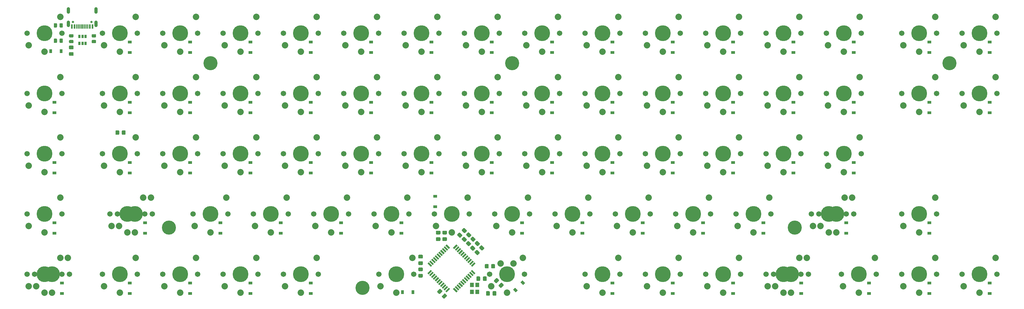
<source format=gbs>
G04 #@! TF.GenerationSoftware,KiCad,Pcbnew,(5.1.8)-1*
G04 #@! TF.CreationDate,2021-02-07T11:47:01-08:00*
G04 #@! TF.ProjectId,Spritzgeback,53707269-747a-4676-9562-61636b2e6b69,rev?*
G04 #@! TF.SameCoordinates,Original*
G04 #@! TF.FileFunction,Soldermask,Bot*
G04 #@! TF.FilePolarity,Negative*
%FSLAX46Y46*%
G04 Gerber Fmt 4.6, Leading zero omitted, Abs format (unit mm)*
G04 Created by KiCad (PCBNEW (5.1.8)-1) date 2021-02-07 11:47:01*
%MOMM*%
%LPD*%
G01*
G04 APERTURE LIST*
%ADD10C,4.462400*%
%ADD11C,2.032000*%
%ADD12C,5.000000*%
%ADD13C,1.701800*%
%ADD14C,0.100000*%
%ADD15R,0.900000X1.200000*%
%ADD16R,1.200000X0.900000*%
%ADD17R,0.650000X1.060000*%
%ADD18R,1.200000X1.400000*%
%ADD19C,0.700000*%
%ADD20O,1.050000X2.100000*%
%ADD21R,0.600000X1.450000*%
%ADD22R,0.300000X1.450000*%
G04 APERTURE END LIST*
D10*
X236925000Y-61450000D03*
X39300000Y-61450000D03*
X100400000Y-80500000D03*
X285750000Y-9525000D03*
X147637500Y-9525000D03*
X52387500Y-9525000D03*
D11*
X255031250Y-52000000D03*
X250031250Y-63050000D03*
X245031250Y-60950000D03*
D12*
X250031250Y-57150000D03*
D13*
X255531250Y-57150000D03*
X244531250Y-57150000D03*
D11*
X31193750Y-52000000D03*
X26193750Y-63050000D03*
X21193750Y-60950000D03*
D12*
X26193750Y-57150000D03*
D13*
X31693750Y-57150000D03*
X20693750Y-57150000D03*
D11*
X7381250Y-71050000D03*
X2381250Y-82100000D03*
X-2618750Y-80000000D03*
D12*
X2381250Y-76200000D03*
D13*
X7881250Y-76200000D03*
X-3118750Y-76200000D03*
D11*
X240743750Y-71050000D03*
X235743750Y-82100000D03*
X230743750Y-80000000D03*
D12*
X235743750Y-76200000D03*
D13*
X241243750Y-76200000D03*
X230243750Y-76200000D03*
G36*
G01*
X118299999Y-76100000D02*
X119200001Y-76100000D01*
G75*
G02*
X119450000Y-76349999I0J-249999D01*
G01*
X119450000Y-77050001D01*
G75*
G02*
X119200001Y-77300000I-249999J0D01*
G01*
X118299999Y-77300000D01*
G75*
G02*
X118050000Y-77050001I0J249999D01*
G01*
X118050000Y-76349999D01*
G75*
G02*
X118299999Y-76100000I249999J0D01*
G01*
G37*
G36*
G01*
X118299999Y-74100000D02*
X119200001Y-74100000D01*
G75*
G02*
X119450000Y-74349999I0J-249999D01*
G01*
X119450000Y-75050001D01*
G75*
G02*
X119200001Y-75300000I-249999J0D01*
G01*
X118299999Y-75300000D01*
G75*
G02*
X118050000Y-75050001I0J249999D01*
G01*
X118050000Y-74349999D01*
G75*
G02*
X118299999Y-74100000I249999J0D01*
G01*
G37*
D11*
X148050000Y-72800000D03*
X144050000Y-72800000D03*
G36*
G01*
X118275000Y-72150000D02*
X119225000Y-72150000D01*
G75*
G02*
X119475000Y-72400000I0J-250000D01*
G01*
X119475000Y-73075000D01*
G75*
G02*
X119225000Y-73325000I-250000J0D01*
G01*
X118275000Y-73325000D01*
G75*
G02*
X118025000Y-73075000I0J250000D01*
G01*
X118025000Y-72400000D01*
G75*
G02*
X118275000Y-72150000I250000J0D01*
G01*
G37*
G36*
G01*
X118275000Y-70075000D02*
X119225000Y-70075000D01*
G75*
G02*
X119475000Y-70325000I0J-250000D01*
G01*
X119475000Y-71000000D01*
G75*
G02*
X119225000Y-71250000I-250000J0D01*
G01*
X118275000Y-71250000D01*
G75*
G02*
X118025000Y-71000000I0J250000D01*
G01*
X118025000Y-70325000D01*
G75*
G02*
X118275000Y-70075000I250000J0D01*
G01*
G37*
G36*
G01*
X124775000Y-65725000D02*
X123825000Y-65725000D01*
G75*
G02*
X123575000Y-65475000I0J250000D01*
G01*
X123575000Y-64800000D01*
G75*
G02*
X123825000Y-64550000I250000J0D01*
G01*
X124775000Y-64550000D01*
G75*
G02*
X125025000Y-64800000I0J-250000D01*
G01*
X125025000Y-65475000D01*
G75*
G02*
X124775000Y-65725000I-250000J0D01*
G01*
G37*
G36*
G01*
X124775000Y-63650000D02*
X123825000Y-63650000D01*
G75*
G02*
X123575000Y-63400000I0J250000D01*
G01*
X123575000Y-62725000D01*
G75*
G02*
X123825000Y-62475000I250000J0D01*
G01*
X124775000Y-62475000D01*
G75*
G02*
X125025000Y-62725000I0J-250000D01*
G01*
X125025000Y-63400000D01*
G75*
G02*
X124775000Y-63650000I-250000J0D01*
G01*
G37*
G36*
G01*
X143467678Y-78345927D02*
X142795927Y-79017678D01*
G75*
G02*
X142442373Y-79017678I-176777J176777D01*
G01*
X141965076Y-78540381D01*
G75*
G02*
X141965076Y-78186827I176777J176777D01*
G01*
X142636827Y-77515076D01*
G75*
G02*
X142990381Y-77515076I176777J-176777D01*
G01*
X143467678Y-77992373D01*
G75*
G02*
X143467678Y-78345927I-176777J-176777D01*
G01*
G37*
G36*
G01*
X144934924Y-79813173D02*
X144263173Y-80484924D01*
G75*
G02*
X143909619Y-80484924I-176777J176777D01*
G01*
X143432322Y-80007627D01*
G75*
G02*
X143432322Y-79654073I176777J176777D01*
G01*
X144104073Y-78982322D01*
G75*
G02*
X144457627Y-78982322I176777J-176777D01*
G01*
X144934924Y-79459619D01*
G75*
G02*
X144934924Y-79813173I-176777J-176777D01*
G01*
G37*
G36*
G01*
X140600000Y-81825000D02*
X140600000Y-82775000D01*
G75*
G02*
X140350000Y-83025000I-250000J0D01*
G01*
X139675000Y-83025000D01*
G75*
G02*
X139425000Y-82775000I0J250000D01*
G01*
X139425000Y-81825000D01*
G75*
G02*
X139675000Y-81575000I250000J0D01*
G01*
X140350000Y-81575000D01*
G75*
G02*
X140600000Y-81825000I0J-250000D01*
G01*
G37*
G36*
G01*
X142675000Y-81825000D02*
X142675000Y-82775000D01*
G75*
G02*
X142425000Y-83025000I-250000J0D01*
G01*
X141750000Y-83025000D01*
G75*
G02*
X141500000Y-82775000I0J250000D01*
G01*
X141500000Y-81825000D01*
G75*
G02*
X141750000Y-81575000I250000J0D01*
G01*
X142425000Y-81575000D01*
G75*
G02*
X142675000Y-81825000I0J-250000D01*
G01*
G37*
G36*
G01*
X138450000Y-78125000D02*
X138450000Y-77175000D01*
G75*
G02*
X138700000Y-76925000I250000J0D01*
G01*
X139375000Y-76925000D01*
G75*
G02*
X139625000Y-77175000I0J-250000D01*
G01*
X139625000Y-78125000D01*
G75*
G02*
X139375000Y-78375000I-250000J0D01*
G01*
X138700000Y-78375000D01*
G75*
G02*
X138450000Y-78125000I0J250000D01*
G01*
G37*
G36*
G01*
X136375000Y-78125000D02*
X136375000Y-77175000D01*
G75*
G02*
X136625000Y-76925000I250000J0D01*
G01*
X137300000Y-76925000D01*
G75*
G02*
X137550000Y-77175000I0J-250000D01*
G01*
X137550000Y-78125000D01*
G75*
G02*
X137300000Y-78375000I-250000J0D01*
G01*
X136625000Y-78375000D01*
G75*
G02*
X136375000Y-78125000I0J250000D01*
G01*
G37*
G36*
G01*
X125532322Y-83054073D02*
X126204073Y-82382322D01*
G75*
G02*
X126557627Y-82382322I176777J-176777D01*
G01*
X127034924Y-82859619D01*
G75*
G02*
X127034924Y-83213173I-176777J-176777D01*
G01*
X126363173Y-83884924D01*
G75*
G02*
X126009619Y-83884924I-176777J176777D01*
G01*
X125532322Y-83407627D01*
G75*
G02*
X125532322Y-83054073I176777J176777D01*
G01*
G37*
G36*
G01*
X124065076Y-81586827D02*
X124736827Y-80915076D01*
G75*
G02*
X125090381Y-80915076I176777J-176777D01*
G01*
X125567678Y-81392373D01*
G75*
G02*
X125567678Y-81745927I-176777J-176777D01*
G01*
X124895927Y-82417678D01*
G75*
G02*
X124542373Y-82417678I-176777J176777D01*
G01*
X124065076Y-81940381D01*
G75*
G02*
X124065076Y-81586827I176777J176777D01*
G01*
G37*
G36*
G01*
X136536827Y-70134924D02*
X135865076Y-69463173D01*
G75*
G02*
X135865076Y-69109619I176777J176777D01*
G01*
X136342373Y-68632322D01*
G75*
G02*
X136695927Y-68632322I176777J-176777D01*
G01*
X137367678Y-69304073D01*
G75*
G02*
X137367678Y-69657627I-176777J-176777D01*
G01*
X136890381Y-70134924D01*
G75*
G02*
X136536827Y-70134924I-176777J176777D01*
G01*
G37*
G36*
G01*
X138004073Y-68667678D02*
X137332322Y-67995927D01*
G75*
G02*
X137332322Y-67642373I176777J176777D01*
G01*
X137809619Y-67165076D01*
G75*
G02*
X138163173Y-67165076I176777J-176777D01*
G01*
X138834924Y-67836827D01*
G75*
G02*
X138834924Y-68190381I-176777J-176777D01*
G01*
X138357627Y-68667678D01*
G75*
G02*
X138004073Y-68667678I-176777J176777D01*
G01*
G37*
G36*
G01*
X136604073Y-67267678D02*
X135932322Y-66595927D01*
G75*
G02*
X135932322Y-66242373I176777J176777D01*
G01*
X136409619Y-65765076D01*
G75*
G02*
X136763173Y-65765076I176777J-176777D01*
G01*
X137434924Y-66436827D01*
G75*
G02*
X137434924Y-66790381I-176777J-176777D01*
G01*
X136957627Y-67267678D01*
G75*
G02*
X136604073Y-67267678I-176777J176777D01*
G01*
G37*
G36*
G01*
X135136827Y-68734924D02*
X134465076Y-68063173D01*
G75*
G02*
X134465076Y-67709619I176777J176777D01*
G01*
X134942373Y-67232322D01*
G75*
G02*
X135295927Y-67232322I176777J-176777D01*
G01*
X135967678Y-67904073D01*
G75*
G02*
X135967678Y-68257627I-176777J-176777D01*
G01*
X135490381Y-68734924D01*
G75*
G02*
X135136827Y-68734924I-176777J176777D01*
G01*
G37*
G36*
G01*
X132504073Y-63167678D02*
X131832322Y-62495927D01*
G75*
G02*
X131832322Y-62142373I176777J176777D01*
G01*
X132309619Y-61665076D01*
G75*
G02*
X132663173Y-61665076I176777J-176777D01*
G01*
X133334924Y-62336827D01*
G75*
G02*
X133334924Y-62690381I-176777J-176777D01*
G01*
X132857627Y-63167678D01*
G75*
G02*
X132504073Y-63167678I-176777J176777D01*
G01*
G37*
G36*
G01*
X131036827Y-64634924D02*
X130365076Y-63963173D01*
G75*
G02*
X130365076Y-63609619I176777J176777D01*
G01*
X130842373Y-63132322D01*
G75*
G02*
X131195927Y-63132322I176777J-176777D01*
G01*
X131867678Y-63804073D01*
G75*
G02*
X131867678Y-64157627I-176777J-176777D01*
G01*
X131390381Y-64634924D01*
G75*
G02*
X131036827Y-64634924I-176777J176777D01*
G01*
G37*
G36*
G01*
X132436828Y-65949570D02*
X131800430Y-65313172D01*
G75*
G02*
X131800430Y-64959620I176776J176776D01*
G01*
X132295406Y-64464644D01*
G75*
G02*
X132648958Y-64464644I176776J-176776D01*
G01*
X133285356Y-65101042D01*
G75*
G02*
X133285356Y-65454594I-176776J-176776D01*
G01*
X132790380Y-65949570D01*
G75*
G02*
X132436828Y-65949570I-176776J176776D01*
G01*
G37*
G36*
G01*
X133851042Y-64535356D02*
X133214644Y-63898958D01*
G75*
G02*
X133214644Y-63545406I176776J176776D01*
G01*
X133709620Y-63050430D01*
G75*
G02*
X134063172Y-63050430I176776J-176776D01*
G01*
X134699570Y-63686828D01*
G75*
G02*
X134699570Y-64040380I-176776J-176776D01*
G01*
X134204594Y-64535356D01*
G75*
G02*
X133851042Y-64535356I-176776J176776D01*
G01*
G37*
G36*
G01*
X133786828Y-67299570D02*
X133150430Y-66663172D01*
G75*
G02*
X133150430Y-66309620I176776J176776D01*
G01*
X133645406Y-65814644D01*
G75*
G02*
X133998958Y-65814644I176776J-176776D01*
G01*
X134635356Y-66451042D01*
G75*
G02*
X134635356Y-66804594I-176776J-176776D01*
G01*
X134140380Y-67299570D01*
G75*
G02*
X133786828Y-67299570I-176776J176776D01*
G01*
G37*
G36*
G01*
X135201042Y-65885356D02*
X134564644Y-65248958D01*
G75*
G02*
X134564644Y-64895406I176776J176776D01*
G01*
X135059620Y-64400430D01*
G75*
G02*
X135413172Y-64400430I176776J-176776D01*
G01*
X136049570Y-65036828D01*
G75*
G02*
X136049570Y-65390380I-176776J-176776D01*
G01*
X135554594Y-65885356D01*
G75*
G02*
X135201042Y-65885356I-176776J176776D01*
G01*
G37*
D14*
G36*
X128032702Y-67836940D02*
G01*
X127643794Y-68225848D01*
X126583134Y-67165188D01*
X126972042Y-66776280D01*
X128032702Y-67836940D01*
G37*
G36*
X127467017Y-68402626D02*
G01*
X127078109Y-68791534D01*
X126017449Y-67730874D01*
X126406357Y-67341966D01*
X127467017Y-68402626D01*
G37*
G36*
X126901332Y-68968311D02*
G01*
X126512424Y-69357219D01*
X125451764Y-68296559D01*
X125840672Y-67907651D01*
X126901332Y-68968311D01*
G37*
G36*
X126335646Y-69533996D02*
G01*
X125946738Y-69922904D01*
X124886078Y-68862244D01*
X125274986Y-68473336D01*
X126335646Y-69533996D01*
G37*
G36*
X125769961Y-70099682D02*
G01*
X125381053Y-70488590D01*
X124320393Y-69427930D01*
X124709301Y-69039022D01*
X125769961Y-70099682D01*
G37*
G36*
X125204275Y-70665367D02*
G01*
X124815367Y-71054275D01*
X123754707Y-69993615D01*
X124143615Y-69604707D01*
X125204275Y-70665367D01*
G37*
G36*
X124638590Y-71231053D02*
G01*
X124249682Y-71619961D01*
X123189022Y-70559301D01*
X123577930Y-70170393D01*
X124638590Y-71231053D01*
G37*
G36*
X124072904Y-71796738D02*
G01*
X123683996Y-72185646D01*
X122623336Y-71124986D01*
X123012244Y-70736078D01*
X124072904Y-71796738D01*
G37*
G36*
X123507219Y-72362424D02*
G01*
X123118311Y-72751332D01*
X122057651Y-71690672D01*
X122446559Y-71301764D01*
X123507219Y-72362424D01*
G37*
G36*
X122941534Y-72928109D02*
G01*
X122552626Y-73317017D01*
X121491966Y-72256357D01*
X121880874Y-71867449D01*
X122941534Y-72928109D01*
G37*
G36*
X122375848Y-73493794D02*
G01*
X121986940Y-73882702D01*
X120926280Y-72822042D01*
X121315188Y-72433134D01*
X122375848Y-73493794D01*
G37*
G36*
X121986940Y-74837298D02*
G01*
X122375848Y-75226206D01*
X121315188Y-76286866D01*
X120926280Y-75897958D01*
X121986940Y-74837298D01*
G37*
G36*
X122552626Y-75402983D02*
G01*
X122941534Y-75791891D01*
X121880874Y-76852551D01*
X121491966Y-76463643D01*
X122552626Y-75402983D01*
G37*
G36*
X123118311Y-75968668D02*
G01*
X123507219Y-76357576D01*
X122446559Y-77418236D01*
X122057651Y-77029328D01*
X123118311Y-75968668D01*
G37*
G36*
X123683996Y-76534354D02*
G01*
X124072904Y-76923262D01*
X123012244Y-77983922D01*
X122623336Y-77595014D01*
X123683996Y-76534354D01*
G37*
G36*
X124249682Y-77100039D02*
G01*
X124638590Y-77488947D01*
X123577930Y-78549607D01*
X123189022Y-78160699D01*
X124249682Y-77100039D01*
G37*
G36*
X124815367Y-77665725D02*
G01*
X125204275Y-78054633D01*
X124143615Y-79115293D01*
X123754707Y-78726385D01*
X124815367Y-77665725D01*
G37*
G36*
X125381053Y-78231410D02*
G01*
X125769961Y-78620318D01*
X124709301Y-79680978D01*
X124320393Y-79292070D01*
X125381053Y-78231410D01*
G37*
G36*
X125946738Y-78797096D02*
G01*
X126335646Y-79186004D01*
X125274986Y-80246664D01*
X124886078Y-79857756D01*
X125946738Y-78797096D01*
G37*
G36*
X126512424Y-79362781D02*
G01*
X126901332Y-79751689D01*
X125840672Y-80812349D01*
X125451764Y-80423441D01*
X126512424Y-79362781D01*
G37*
G36*
X127078109Y-79928466D02*
G01*
X127467017Y-80317374D01*
X126406357Y-81378034D01*
X126017449Y-80989126D01*
X127078109Y-79928466D01*
G37*
G36*
X127643794Y-80494152D02*
G01*
X128032702Y-80883060D01*
X126972042Y-81943720D01*
X126583134Y-81554812D01*
X127643794Y-80494152D01*
G37*
G36*
X130436866Y-81554812D02*
G01*
X130047958Y-81943720D01*
X128987298Y-80883060D01*
X129376206Y-80494152D01*
X130436866Y-81554812D01*
G37*
G36*
X131002551Y-80989126D02*
G01*
X130613643Y-81378034D01*
X129552983Y-80317374D01*
X129941891Y-79928466D01*
X131002551Y-80989126D01*
G37*
G36*
X131568236Y-80423441D02*
G01*
X131179328Y-80812349D01*
X130118668Y-79751689D01*
X130507576Y-79362781D01*
X131568236Y-80423441D01*
G37*
G36*
X132133922Y-79857756D02*
G01*
X131745014Y-80246664D01*
X130684354Y-79186004D01*
X131073262Y-78797096D01*
X132133922Y-79857756D01*
G37*
G36*
X132699607Y-79292070D02*
G01*
X132310699Y-79680978D01*
X131250039Y-78620318D01*
X131638947Y-78231410D01*
X132699607Y-79292070D01*
G37*
G36*
X133265293Y-78726385D02*
G01*
X132876385Y-79115293D01*
X131815725Y-78054633D01*
X132204633Y-77665725D01*
X133265293Y-78726385D01*
G37*
G36*
X133830978Y-78160699D02*
G01*
X133442070Y-78549607D01*
X132381410Y-77488947D01*
X132770318Y-77100039D01*
X133830978Y-78160699D01*
G37*
G36*
X134396664Y-77595014D02*
G01*
X134007756Y-77983922D01*
X132947096Y-76923262D01*
X133336004Y-76534354D01*
X134396664Y-77595014D01*
G37*
G36*
X134962349Y-77029328D02*
G01*
X134573441Y-77418236D01*
X133512781Y-76357576D01*
X133901689Y-75968668D01*
X134962349Y-77029328D01*
G37*
G36*
X135528034Y-76463643D02*
G01*
X135139126Y-76852551D01*
X134078466Y-75791891D01*
X134467374Y-75402983D01*
X135528034Y-76463643D01*
G37*
G36*
X136093720Y-75897958D02*
G01*
X135704812Y-76286866D01*
X134644152Y-75226206D01*
X135033060Y-74837298D01*
X136093720Y-75897958D01*
G37*
G36*
X135704812Y-72433134D02*
G01*
X136093720Y-72822042D01*
X135033060Y-73882702D01*
X134644152Y-73493794D01*
X135704812Y-72433134D01*
G37*
G36*
X135139126Y-71867449D02*
G01*
X135528034Y-72256357D01*
X134467374Y-73317017D01*
X134078466Y-72928109D01*
X135139126Y-71867449D01*
G37*
G36*
X134573441Y-71301764D02*
G01*
X134962349Y-71690672D01*
X133901689Y-72751332D01*
X133512781Y-72362424D01*
X134573441Y-71301764D01*
G37*
G36*
X134007756Y-70736078D02*
G01*
X134396664Y-71124986D01*
X133336004Y-72185646D01*
X132947096Y-71796738D01*
X134007756Y-70736078D01*
G37*
G36*
X133442070Y-70170393D02*
G01*
X133830978Y-70559301D01*
X132770318Y-71619961D01*
X132381410Y-71231053D01*
X133442070Y-70170393D01*
G37*
G36*
X132876385Y-69604707D02*
G01*
X133265293Y-69993615D01*
X132204633Y-71054275D01*
X131815725Y-70665367D01*
X132876385Y-69604707D01*
G37*
G36*
X132310699Y-69039022D02*
G01*
X132699607Y-69427930D01*
X131638947Y-70488590D01*
X131250039Y-70099682D01*
X132310699Y-69039022D01*
G37*
G36*
X131745014Y-68473336D02*
G01*
X132133922Y-68862244D01*
X131073262Y-69922904D01*
X130684354Y-69533996D01*
X131745014Y-68473336D01*
G37*
G36*
X131179328Y-67907651D02*
G01*
X131568236Y-68296559D01*
X130507576Y-69357219D01*
X130118668Y-68968311D01*
X131179328Y-67907651D01*
G37*
G36*
X130613643Y-67341966D02*
G01*
X131002551Y-67730874D01*
X129941891Y-68791534D01*
X129552983Y-68402626D01*
X130613643Y-67341966D01*
G37*
G36*
X130047958Y-66776280D02*
G01*
X130436866Y-67165188D01*
X129376206Y-68225848D01*
X128987298Y-67836940D01*
X130047958Y-66776280D01*
G37*
G36*
G01*
X126825000Y-63650000D02*
X125875000Y-63650000D01*
G75*
G02*
X125625000Y-63400000I0J250000D01*
G01*
X125625000Y-62725000D01*
G75*
G02*
X125875000Y-62475000I250000J0D01*
G01*
X126825000Y-62475000D01*
G75*
G02*
X127075000Y-62725000I0J-250000D01*
G01*
X127075000Y-63400000D01*
G75*
G02*
X126825000Y-63650000I-250000J0D01*
G01*
G37*
G36*
G01*
X126825000Y-65725000D02*
X125875000Y-65725000D01*
G75*
G02*
X125625000Y-65475000I0J250000D01*
G01*
X125625000Y-64800000D01*
G75*
G02*
X125875000Y-64550000I250000J0D01*
G01*
X126825000Y-64550000D01*
G75*
G02*
X127075000Y-64800000I0J-250000D01*
G01*
X127075000Y-65475000D01*
G75*
G02*
X126825000Y-65725000I-250000J0D01*
G01*
G37*
G36*
G01*
X7975000Y-6000000D02*
X8925000Y-6000000D01*
G75*
G02*
X9175000Y-6250000I0J-250000D01*
G01*
X9175000Y-6925000D01*
G75*
G02*
X8925000Y-7175000I-250000J0D01*
G01*
X7975000Y-7175000D01*
G75*
G02*
X7725000Y-6925000I0J250000D01*
G01*
X7725000Y-6250000D01*
G75*
G02*
X7975000Y-6000000I250000J0D01*
G01*
G37*
G36*
G01*
X7975000Y-3925000D02*
X8925000Y-3925000D01*
G75*
G02*
X9175000Y-4175000I0J-250000D01*
G01*
X9175000Y-4850000D01*
G75*
G02*
X8925000Y-5100000I-250000J0D01*
G01*
X7975000Y-5100000D01*
G75*
G02*
X7725000Y-4850000I0J250000D01*
G01*
X7725000Y-4175000D01*
G75*
G02*
X7975000Y-3925000I250000J0D01*
G01*
G37*
D15*
X5250000Y-5700000D03*
X1950000Y-5700000D03*
D16*
X26962500Y-6100000D03*
X26962500Y-2800000D03*
X46012500Y-6100000D03*
X46012500Y-2800000D03*
X65062500Y-6100000D03*
X65062500Y-2800000D03*
X84112500Y-6100000D03*
X84112500Y-2800000D03*
X103162500Y-2800000D03*
X103162500Y-6100000D03*
X122212500Y-6100000D03*
X122212500Y-2800000D03*
X141262500Y-2800000D03*
X141262500Y-6100000D03*
X160312500Y-2800000D03*
X160312500Y-6100000D03*
X179362500Y-6100000D03*
X179362500Y-2800000D03*
X198412500Y-6100000D03*
X198412500Y-2800000D03*
X217462500Y-2800000D03*
X217462500Y-6100000D03*
X236512500Y-6100000D03*
X236512500Y-2800000D03*
X255562500Y-2800000D03*
X255562500Y-6100000D03*
X298425000Y-6100000D03*
X298425000Y-2800000D03*
X3150000Y-25150000D03*
X3150000Y-21850000D03*
X26962500Y-21850000D03*
X26962500Y-25150000D03*
X46012500Y-25150000D03*
X46012500Y-21850000D03*
X65062500Y-25150000D03*
X65062500Y-21850000D03*
X84112500Y-25150000D03*
X84112500Y-21850000D03*
X103162500Y-25150000D03*
X103162500Y-21850000D03*
X122212500Y-25150000D03*
X122212500Y-21850000D03*
X141262500Y-21850000D03*
X141262500Y-25150000D03*
X160312500Y-25150000D03*
X160312500Y-21850000D03*
X179362500Y-21850000D03*
X179362500Y-25150000D03*
X198412500Y-25150000D03*
X198412500Y-21850000D03*
X217462500Y-25150000D03*
X217462500Y-21850000D03*
X236512500Y-25150000D03*
X236512500Y-21850000D03*
X255562500Y-21850000D03*
X255562500Y-25150000D03*
X279375000Y-6100000D03*
X279375000Y-2800000D03*
X3150000Y-40900000D03*
X3150000Y-44200000D03*
X26962500Y-40900000D03*
X26962500Y-44200000D03*
X46012500Y-40900000D03*
X46012500Y-44200000D03*
X65062500Y-40900000D03*
X65062500Y-44200000D03*
X84112500Y-40900000D03*
X84112500Y-44200000D03*
X103162500Y-44200000D03*
X103162500Y-40900000D03*
X122212500Y-44200000D03*
X122212500Y-40900000D03*
X141262500Y-40900000D03*
X141262500Y-44200000D03*
X160312500Y-44200000D03*
X160312500Y-40900000D03*
X179362500Y-40900000D03*
X179362500Y-44200000D03*
X198412500Y-40900000D03*
X198412500Y-44200000D03*
X217462500Y-40900000D03*
X217462500Y-44200000D03*
X236512500Y-40900000D03*
X236512500Y-44200000D03*
X255562500Y-44200000D03*
X255562500Y-40900000D03*
X279375000Y-21850000D03*
X279375000Y-25150000D03*
X3150000Y-59950000D03*
X3150000Y-63250000D03*
X31725000Y-63250000D03*
X31725000Y-59950000D03*
X55537500Y-63250000D03*
X55537500Y-59950000D03*
X74587500Y-59950000D03*
X74587500Y-63250000D03*
X93637500Y-63250000D03*
X93637500Y-59950000D03*
X112687500Y-63250000D03*
X112687500Y-59950000D03*
X123400000Y-51550000D03*
X123400000Y-54850000D03*
X150787500Y-63250000D03*
X150787500Y-59950000D03*
X169837500Y-59950000D03*
X169837500Y-63250000D03*
X188887500Y-63250000D03*
X188887500Y-59950000D03*
X207937500Y-59950000D03*
X207937500Y-63250000D03*
X226987500Y-63250000D03*
X226987500Y-59950000D03*
X253181250Y-63250000D03*
X253181250Y-59950000D03*
X26962500Y-82300000D03*
X26962500Y-79000000D03*
X46012500Y-79000000D03*
X46012500Y-82300000D03*
X65062500Y-82300000D03*
X65062500Y-79000000D03*
D15*
X113075000Y-81900000D03*
X116375000Y-81900000D03*
D14*
G36*
X150960660Y-78140812D02*
G01*
X151809188Y-78989340D01*
X151172792Y-79625736D01*
X150324264Y-78777208D01*
X150960660Y-78140812D01*
G37*
G36*
X148627208Y-80474264D02*
G01*
X149475736Y-81322792D01*
X148839340Y-81959188D01*
X147990812Y-81110660D01*
X148627208Y-80474264D01*
G37*
D16*
X179362500Y-79000000D03*
X179362500Y-82300000D03*
X198412500Y-79000000D03*
X198412500Y-82300000D03*
X217462500Y-82300000D03*
X217462500Y-79000000D03*
X238893750Y-79000000D03*
X238893750Y-82300000D03*
X260325000Y-82300000D03*
X260325000Y-79000000D03*
X298425000Y-79000000D03*
X298425000Y-82300000D03*
G36*
G01*
X4750000Y1999998D02*
X4750000Y2900002D01*
G75*
G02*
X4999998Y3150000I249998J0D01*
G01*
X5525002Y3150000D01*
G75*
G02*
X5775000Y2900002I0J-249998D01*
G01*
X5775000Y1999998D01*
G75*
G02*
X5525002Y1750000I-249998J0D01*
G01*
X4999998Y1750000D01*
G75*
G02*
X4750000Y1999998I0J249998D01*
G01*
G37*
G36*
G01*
X2925000Y1999998D02*
X2925000Y2900002D01*
G75*
G02*
X3174998Y3150000I249998J0D01*
G01*
X3700002Y3150000D01*
G75*
G02*
X3950000Y2900002I0J-249998D01*
G01*
X3950000Y1999998D01*
G75*
G02*
X3700002Y1750000I-249998J0D01*
G01*
X3174998Y1750000D01*
G75*
G02*
X2925000Y1999998I0J249998D01*
G01*
G37*
G36*
G01*
X5775000Y-1949998D02*
X5775000Y-2850002D01*
G75*
G02*
X5525002Y-3100000I-249998J0D01*
G01*
X4999998Y-3100000D01*
G75*
G02*
X4750000Y-2850002I0J249998D01*
G01*
X4750000Y-1949998D01*
G75*
G02*
X4999998Y-1700000I249998J0D01*
G01*
X5525002Y-1700000D01*
G75*
G02*
X5775000Y-1949998I0J-249998D01*
G01*
G37*
G36*
G01*
X3950000Y-1949998D02*
X3950000Y-2850002D01*
G75*
G02*
X3700002Y-3100000I-249998J0D01*
G01*
X3174998Y-3100000D01*
G75*
G02*
X2925000Y-2850002I0J249998D01*
G01*
X2925000Y-1949998D01*
G75*
G02*
X3174998Y-1700000I249998J0D01*
G01*
X3700002Y-1700000D01*
G75*
G02*
X3950000Y-1949998I0J-249998D01*
G01*
G37*
G36*
G01*
X142250000Y-73249999D02*
X142250000Y-74150001D01*
G75*
G02*
X142000001Y-74400000I-249999J0D01*
G01*
X141299999Y-74400000D01*
G75*
G02*
X141050000Y-74150001I0J249999D01*
G01*
X141050000Y-73249999D01*
G75*
G02*
X141299999Y-73000000I249999J0D01*
G01*
X142000001Y-73000000D01*
G75*
G02*
X142250000Y-73249999I0J-249999D01*
G01*
G37*
G36*
G01*
X140250000Y-73249999D02*
X140250000Y-74150001D01*
G75*
G02*
X140000001Y-74400000I-249999J0D01*
G01*
X139299999Y-74400000D01*
G75*
G02*
X139050000Y-74150001I0J249999D01*
G01*
X139050000Y-73249999D01*
G75*
G02*
X139299999Y-73000000I249999J0D01*
G01*
X140000001Y-73000000D01*
G75*
G02*
X140250000Y-73249999I0J-249999D01*
G01*
G37*
G36*
G01*
X24400000Y-31900001D02*
X24400000Y-30999999D01*
G75*
G02*
X24649999Y-30750000I249999J0D01*
G01*
X25350001Y-30750000D01*
G75*
G02*
X25600000Y-30999999I0J-249999D01*
G01*
X25600000Y-31900001D01*
G75*
G02*
X25350001Y-32150000I-249999J0D01*
G01*
X24649999Y-32150000D01*
G75*
G02*
X24400000Y-31900001I0J249999D01*
G01*
G37*
G36*
G01*
X22400000Y-31900001D02*
X22400000Y-30999999D01*
G75*
G02*
X22649999Y-30750000I249999J0D01*
G01*
X23350001Y-30750000D01*
G75*
G02*
X23600000Y-30999999I0J-249999D01*
G01*
X23600000Y-31900001D01*
G75*
G02*
X23350001Y-32150000I-249999J0D01*
G01*
X22649999Y-32150000D01*
G75*
G02*
X22400000Y-31900001I0J249999D01*
G01*
G37*
D17*
X12000000Y-3200000D03*
X11050000Y-3200000D03*
X12950000Y-3200000D03*
X12950000Y-1000000D03*
X12000000Y-1000000D03*
X11050000Y-1000000D03*
G36*
G01*
X8900002Y-1350000D02*
X7999998Y-1350000D01*
G75*
G02*
X7750000Y-1100002I0J249998D01*
G01*
X7750000Y-574998D01*
G75*
G02*
X7999998Y-325000I249998J0D01*
G01*
X8900002Y-325000D01*
G75*
G02*
X9150000Y-574998I0J-249998D01*
G01*
X9150000Y-1100002D01*
G75*
G02*
X8900002Y-1350000I-249998J0D01*
G01*
G37*
G36*
G01*
X8900002Y-3175000D02*
X7999998Y-3175000D01*
G75*
G02*
X7750000Y-2925002I0J249998D01*
G01*
X7750000Y-2399998D01*
G75*
G02*
X7999998Y-2150000I249998J0D01*
G01*
X8900002Y-2150000D01*
G75*
G02*
X9150000Y-2399998I0J-249998D01*
G01*
X9150000Y-2925002D01*
G75*
G02*
X8900002Y-3175000I-249998J0D01*
G01*
G37*
G36*
G01*
X16050002Y-3175000D02*
X15149998Y-3175000D01*
G75*
G02*
X14900000Y-2925002I0J249998D01*
G01*
X14900000Y-2399998D01*
G75*
G02*
X15149998Y-2150000I249998J0D01*
G01*
X16050002Y-2150000D01*
G75*
G02*
X16300000Y-2399998I0J-249998D01*
G01*
X16300000Y-2925002D01*
G75*
G02*
X16050002Y-3175000I-249998J0D01*
G01*
G37*
G36*
G01*
X16050002Y-1350000D02*
X15149998Y-1350000D01*
G75*
G02*
X14900000Y-1100002I0J249998D01*
G01*
X14900000Y-574998D01*
G75*
G02*
X15149998Y-325000I249998J0D01*
G01*
X16050002Y-325000D01*
G75*
G02*
X16300000Y-574998I0J-249998D01*
G01*
X16300000Y-1100002D01*
G75*
G02*
X16050002Y-1350000I-249998J0D01*
G01*
G37*
D16*
X5531250Y-82300000D03*
X5531250Y-79000000D03*
D18*
X136650000Y-79650000D03*
X136650000Y-81850000D03*
X134950000Y-81850000D03*
X134950000Y-79650000D03*
D19*
X14790000Y3500000D03*
X9010000Y3500000D03*
D20*
X16220000Y7150000D03*
X7580000Y7150000D03*
X16220000Y2970000D03*
X7580000Y2970000D03*
D21*
X15150000Y2055000D03*
X14350000Y2055000D03*
D22*
X13650000Y2055000D03*
X13150000Y2055000D03*
X12650000Y2055000D03*
X12150000Y2055000D03*
X10150000Y2055000D03*
X10650000Y2055000D03*
X11150000Y2055000D03*
X11650000Y2055000D03*
D21*
X9450000Y2055000D03*
X8650000Y2055000D03*
D16*
X84112500Y-82300000D03*
X84112500Y-79000000D03*
X279375000Y-59950000D03*
X279375000Y-63250000D03*
X279375000Y-82300000D03*
X279375000Y-79000000D03*
D11*
X5000000Y5150000D03*
X0Y-5900000D03*
X-5000000Y-3800000D03*
D12*
X0Y0D03*
D13*
X5500000Y0D03*
X-5500000Y0D03*
X18312500Y0D03*
X29312500Y0D03*
D12*
X23812500Y0D03*
D11*
X18812500Y-3800000D03*
X23812500Y-5900000D03*
X28812500Y5150000D03*
X47862500Y5150000D03*
X42862500Y-5900000D03*
X37862500Y-3800000D03*
D12*
X42862500Y0D03*
D13*
X48362500Y0D03*
X37362500Y0D03*
X56412500Y0D03*
X67412500Y0D03*
D12*
X61912500Y0D03*
D11*
X56912500Y-3800000D03*
X61912500Y-5900000D03*
X66912500Y5150000D03*
X85962500Y5150000D03*
X80962500Y-5900000D03*
X75962500Y-3800000D03*
D12*
X80962500Y0D03*
D13*
X86462500Y0D03*
X75462500Y0D03*
D11*
X105012500Y5150000D03*
X100012500Y-5900000D03*
X95012500Y-3800000D03*
D12*
X100012500Y0D03*
D13*
X105512500Y0D03*
X94512500Y0D03*
D11*
X124062500Y5150000D03*
X119062500Y-5900000D03*
X114062500Y-3800000D03*
D12*
X119062500Y0D03*
D13*
X124562500Y0D03*
X113562500Y0D03*
X132612500Y0D03*
X143612500Y0D03*
D12*
X138112500Y0D03*
D11*
X133112500Y-3800000D03*
X138112500Y-5900000D03*
X143112500Y5150000D03*
X162162500Y5150000D03*
X157162500Y-5900000D03*
X152162500Y-3800000D03*
D12*
X157162500Y0D03*
D13*
X162662500Y0D03*
X151662500Y0D03*
X170712500Y0D03*
X181712500Y0D03*
D12*
X176212500Y0D03*
D11*
X171212500Y-3800000D03*
X176212500Y-5900000D03*
X181212500Y5150000D03*
X200262500Y5150000D03*
X195262500Y-5900000D03*
X190262500Y-3800000D03*
D12*
X195262500Y0D03*
D13*
X200762500Y0D03*
X189762500Y0D03*
D11*
X219312500Y5150000D03*
X214312500Y-5900000D03*
X209312500Y-3800000D03*
D12*
X214312500Y0D03*
D13*
X219812500Y0D03*
X208812500Y0D03*
X227862500Y0D03*
X238862500Y0D03*
D12*
X233362500Y0D03*
D11*
X228362500Y-3800000D03*
X233362500Y-5900000D03*
X238362500Y5150000D03*
X257412500Y5150000D03*
X252412500Y-5900000D03*
X247412500Y-3800000D03*
D12*
X252412500Y0D03*
D13*
X257912500Y0D03*
X246912500Y0D03*
X289775000Y0D03*
X300775000Y0D03*
D12*
X295275000Y0D03*
D11*
X290275000Y-3800000D03*
X295275000Y-5900000D03*
X300275000Y5150000D03*
X5000000Y-13900000D03*
X0Y-24950000D03*
X-5000000Y-22850000D03*
D12*
X0Y-19050000D03*
D13*
X5500000Y-19050000D03*
X-5500000Y-19050000D03*
X18312500Y-19050000D03*
X29312500Y-19050000D03*
D12*
X23812500Y-19050000D03*
D11*
X18812500Y-22850000D03*
X23812500Y-24950000D03*
X28812500Y-13900000D03*
X47862500Y-13900000D03*
X42862500Y-24950000D03*
X37862500Y-22850000D03*
D12*
X42862500Y-19050000D03*
D13*
X48362500Y-19050000D03*
X37362500Y-19050000D03*
X56412500Y-19050000D03*
X67412500Y-19050000D03*
D12*
X61912500Y-19050000D03*
D11*
X56912500Y-22850000D03*
X61912500Y-24950000D03*
X66912500Y-13900000D03*
D13*
X75462500Y-19050000D03*
X86462500Y-19050000D03*
D12*
X80962500Y-19050000D03*
D11*
X75962500Y-22850000D03*
X80962500Y-24950000D03*
X85962500Y-13900000D03*
D13*
X94512500Y-19050000D03*
X105512500Y-19050000D03*
D12*
X100012500Y-19050000D03*
D11*
X95012500Y-22850000D03*
X100012500Y-24950000D03*
X105012500Y-13900000D03*
X124062500Y-13900000D03*
X119062500Y-24950000D03*
X114062500Y-22850000D03*
D12*
X119062500Y-19050000D03*
D13*
X124562500Y-19050000D03*
X113562500Y-19050000D03*
X132612500Y-19050000D03*
X143612500Y-19050000D03*
D12*
X138112500Y-19050000D03*
D11*
X133112500Y-22850000D03*
X138112500Y-24950000D03*
X143112500Y-13900000D03*
X162162500Y-13900000D03*
X157162500Y-24950000D03*
X152162500Y-22850000D03*
D12*
X157162500Y-19050000D03*
D13*
X162662500Y-19050000D03*
X151662500Y-19050000D03*
X170712500Y-19050000D03*
X181712500Y-19050000D03*
D12*
X176212500Y-19050000D03*
D11*
X171212500Y-22850000D03*
X176212500Y-24950000D03*
X181212500Y-13900000D03*
X200262500Y-13900000D03*
X195262500Y-24950000D03*
X190262500Y-22850000D03*
D12*
X195262500Y-19050000D03*
D13*
X200762500Y-19050000D03*
X189762500Y-19050000D03*
X208812500Y-19050000D03*
X219812500Y-19050000D03*
D12*
X214312500Y-19050000D03*
D11*
X209312500Y-22850000D03*
X214312500Y-24950000D03*
X219312500Y-13900000D03*
X238362500Y-13900000D03*
X233362500Y-24950000D03*
X228362500Y-22850000D03*
D12*
X233362500Y-19050000D03*
D13*
X238862500Y-19050000D03*
X227862500Y-19050000D03*
X246912500Y-19050000D03*
X257912500Y-19050000D03*
D12*
X252412500Y-19050000D03*
D11*
X247412500Y-22850000D03*
X252412500Y-24950000D03*
X257412500Y-13900000D03*
X281225000Y5150000D03*
X276225000Y-5900000D03*
X271225000Y-3800000D03*
D12*
X276225000Y0D03*
D13*
X281725000Y0D03*
X270725000Y0D03*
X-5500000Y-38100000D03*
X5500000Y-38100000D03*
D12*
X0Y-38100000D03*
D11*
X-5000000Y-41900000D03*
X0Y-44000000D03*
X5000000Y-32950000D03*
D13*
X18312500Y-38100000D03*
X29312500Y-38100000D03*
D12*
X23812500Y-38100000D03*
D11*
X18812500Y-41900000D03*
X23812500Y-44000000D03*
X28812500Y-32950000D03*
X47862500Y-32950000D03*
X42862500Y-44000000D03*
X37862500Y-41900000D03*
D12*
X42862500Y-38100000D03*
D13*
X48362500Y-38100000D03*
X37362500Y-38100000D03*
D11*
X66912500Y-32950000D03*
X61912500Y-44000000D03*
X56912500Y-41900000D03*
D12*
X61912500Y-38100000D03*
D13*
X67412500Y-38100000D03*
X56412500Y-38100000D03*
D11*
X85962500Y-32950000D03*
X80962500Y-44000000D03*
X75962500Y-41900000D03*
D12*
X80962500Y-38100000D03*
D13*
X86462500Y-38100000D03*
X75462500Y-38100000D03*
X94512500Y-38100000D03*
X105512500Y-38100000D03*
D12*
X100012500Y-38100000D03*
D11*
X95012500Y-41900000D03*
X100012500Y-44000000D03*
X105012500Y-32950000D03*
X124062500Y-32950000D03*
X119062500Y-44000000D03*
X114062500Y-41900000D03*
D12*
X119062500Y-38100000D03*
D13*
X124562500Y-38100000D03*
X113562500Y-38100000D03*
X132612500Y-38100000D03*
X143612500Y-38100000D03*
D12*
X138112500Y-38100000D03*
D11*
X133112500Y-41900000D03*
X138112500Y-44000000D03*
X143112500Y-32950000D03*
X162162500Y-32950000D03*
X157162500Y-44000000D03*
X152162500Y-41900000D03*
D12*
X157162500Y-38100000D03*
D13*
X162662500Y-38100000D03*
X151662500Y-38100000D03*
X170712500Y-38100000D03*
X181712500Y-38100000D03*
D12*
X176212500Y-38100000D03*
D11*
X171212500Y-41900000D03*
X176212500Y-44000000D03*
X181212500Y-32950000D03*
D13*
X189762500Y-38100000D03*
X200762500Y-38100000D03*
D12*
X195262500Y-38100000D03*
D11*
X190262500Y-41900000D03*
X195262500Y-44000000D03*
X200262500Y-32950000D03*
X219312500Y-32950000D03*
X214312500Y-44000000D03*
X209312500Y-41900000D03*
D12*
X214312500Y-38100000D03*
D13*
X219812500Y-38100000D03*
X208812500Y-38100000D03*
D11*
X238362500Y-32950000D03*
X233362500Y-44000000D03*
X228362500Y-41900000D03*
D12*
X233362500Y-38100000D03*
D13*
X238862500Y-38100000D03*
X227862500Y-38100000D03*
X246912500Y-38100000D03*
X257912500Y-38100000D03*
D12*
X252412500Y-38100000D03*
D11*
X247412500Y-41900000D03*
X252412500Y-44000000D03*
X257412500Y-32950000D03*
X281225000Y-13900000D03*
X276225000Y-24950000D03*
X271225000Y-22850000D03*
D12*
X276225000Y-19050000D03*
D13*
X281725000Y-19050000D03*
X270725000Y-19050000D03*
X-5500000Y-57150000D03*
X5500000Y-57150000D03*
D12*
X0Y-57150000D03*
D11*
X-5000000Y-60950000D03*
X0Y-63050000D03*
X5000000Y-52000000D03*
X33575000Y-52000000D03*
X28575000Y-63050000D03*
X23575000Y-60950000D03*
D12*
X28575000Y-57150000D03*
D13*
X34075000Y-57150000D03*
X23075000Y-57150000D03*
D11*
X57387500Y-52000000D03*
X52387500Y-63050000D03*
X47387500Y-60950000D03*
D12*
X52387500Y-57150000D03*
D13*
X57887500Y-57150000D03*
X46887500Y-57150000D03*
D11*
X76437500Y-52000000D03*
X71437500Y-63050000D03*
X66437500Y-60950000D03*
D12*
X71437500Y-57150000D03*
D13*
X76937500Y-57150000D03*
X65937500Y-57150000D03*
X84987500Y-57150000D03*
X95987500Y-57150000D03*
D12*
X90487500Y-57150000D03*
D11*
X85487500Y-60950000D03*
X90487500Y-63050000D03*
X95487500Y-52000000D03*
X114537500Y-52000000D03*
X109537500Y-63050000D03*
X104537500Y-60950000D03*
D12*
X109537500Y-57150000D03*
D13*
X115037500Y-57150000D03*
X104037500Y-57150000D03*
D11*
X133587500Y-52000000D03*
X128587500Y-63050000D03*
X123587500Y-60950000D03*
D12*
X128587500Y-57150000D03*
D13*
X134087500Y-57150000D03*
X123087500Y-57150000D03*
X142137500Y-57150000D03*
X153137500Y-57150000D03*
D12*
X147637500Y-57150000D03*
D11*
X142637500Y-60950000D03*
X147637500Y-63050000D03*
X152637500Y-52000000D03*
D13*
X161187500Y-57150000D03*
X172187500Y-57150000D03*
D12*
X166687500Y-57150000D03*
D11*
X161687500Y-60950000D03*
X166687500Y-63050000D03*
X171687500Y-52000000D03*
D13*
X180237500Y-57150000D03*
X191237500Y-57150000D03*
D12*
X185737500Y-57150000D03*
D11*
X180737500Y-60950000D03*
X185737500Y-63050000D03*
X190737500Y-52000000D03*
X209787500Y-52000000D03*
X204787500Y-63050000D03*
X199787500Y-60950000D03*
D12*
X204787500Y-57150000D03*
D13*
X210287500Y-57150000D03*
X199287500Y-57150000D03*
X218337500Y-57150000D03*
X229337500Y-57150000D03*
D12*
X223837500Y-57150000D03*
D11*
X218837500Y-60950000D03*
X223837500Y-63050000D03*
X228837500Y-52000000D03*
D13*
X242150000Y-57150000D03*
X253150000Y-57150000D03*
D12*
X247650000Y-57150000D03*
D11*
X242650000Y-60950000D03*
X247650000Y-63050000D03*
X252650000Y-52000000D03*
D13*
X270725000Y-57150000D03*
X281725000Y-57150000D03*
D12*
X276225000Y-57150000D03*
D11*
X271225000Y-60950000D03*
X276225000Y-63050000D03*
X281225000Y-52000000D03*
D13*
X289775000Y-19050000D03*
X300775000Y-19050000D03*
D12*
X295275000Y-19050000D03*
D11*
X290275000Y-22850000D03*
X295275000Y-24950000D03*
X300275000Y-13900000D03*
D13*
X-5500000Y-76200000D03*
X5500000Y-76200000D03*
D12*
X0Y-76200000D03*
D11*
X-5000000Y-80000000D03*
X0Y-82100000D03*
X5000000Y-71050000D03*
X28812500Y-71050000D03*
X23812500Y-82100000D03*
X18812500Y-80000000D03*
D12*
X23812500Y-76200000D03*
D13*
X29312500Y-76200000D03*
X18312500Y-76200000D03*
X37362500Y-76200000D03*
X48362500Y-76200000D03*
D12*
X42862500Y-76200000D03*
D11*
X37862500Y-80000000D03*
X42862500Y-82100000D03*
X47862500Y-71050000D03*
X66912500Y-71050000D03*
X61912500Y-82100000D03*
X56912500Y-80000000D03*
D12*
X61912500Y-76200000D03*
D13*
X67412500Y-76200000D03*
X56412500Y-76200000D03*
D11*
X85962500Y-71050000D03*
X80962500Y-82100000D03*
X75962500Y-80000000D03*
D12*
X80962500Y-76200000D03*
D13*
X86462500Y-76200000D03*
X75462500Y-76200000D03*
D11*
X116125000Y-71050000D03*
X111125000Y-82100000D03*
X106125000Y-80000000D03*
D12*
X111125000Y-76200000D03*
D13*
X116625000Y-76200000D03*
X105625000Y-76200000D03*
X140550000Y-76200000D03*
X151550000Y-76200000D03*
D12*
X146050000Y-76200000D03*
D11*
X141050000Y-80000000D03*
X146050000Y-82100000D03*
X151050000Y-71050000D03*
D13*
X170712500Y-76200000D03*
X181712500Y-76200000D03*
D12*
X176212500Y-76200000D03*
D11*
X171212500Y-80000000D03*
X176212500Y-82100000D03*
X181212500Y-71050000D03*
D13*
X189762500Y-76200000D03*
X200762500Y-76200000D03*
D12*
X195262500Y-76200000D03*
D11*
X190262500Y-80000000D03*
X195262500Y-82100000D03*
X200262500Y-71050000D03*
X219312500Y-71050000D03*
X214312500Y-82100000D03*
X209312500Y-80000000D03*
D12*
X214312500Y-76200000D03*
D13*
X219812500Y-76200000D03*
X208812500Y-76200000D03*
X227862500Y-76200000D03*
X238862500Y-76200000D03*
D12*
X233362500Y-76200000D03*
D11*
X228362500Y-80000000D03*
X233362500Y-82100000D03*
X238362500Y-71050000D03*
X262175000Y-71050000D03*
X257175000Y-82100000D03*
X252175000Y-80000000D03*
D12*
X257175000Y-76200000D03*
D13*
X262675000Y-76200000D03*
X251675000Y-76200000D03*
X270725000Y-76200000D03*
X281725000Y-76200000D03*
D12*
X276225000Y-76200000D03*
D11*
X271225000Y-80000000D03*
X276225000Y-82100000D03*
X281225000Y-71050000D03*
X300275000Y-71050000D03*
X295275000Y-82100000D03*
X290275000Y-80000000D03*
D12*
X295275000Y-76200000D03*
D13*
X300775000Y-76200000D03*
X289775000Y-76200000D03*
D16*
X298425000Y-25150000D03*
X298425000Y-21850000D03*
M02*

</source>
